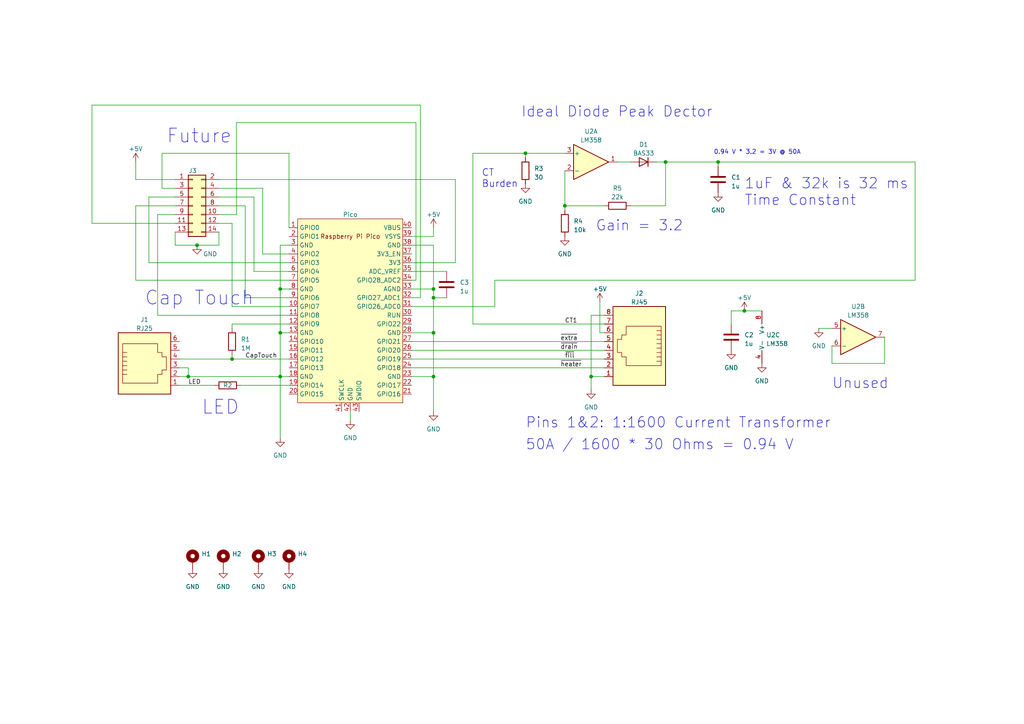
<source format=kicad_sch>
(kicad_sch (version 20230121) (generator eeschema)
  (paper "A4")
  (lib_symbols
    (symbol "Amplifier_Operational:LM358" (pin_names (offset 0.127))
      (property "Reference" "U" (at 0 5.08 0))
      (property "Value" "LM358" (at 0 -5.08 0))
      (symbol "LM358_1_1"
        (polyline (pts (xy -5.08 5.08) (xy 5.08 0) (xy -5.08 -5.08) (xy -5.08 5.08)) (stroke (width 0.254)) (fill (type background)))
        (pin output line (at 7.62 0 180) (length 2.54) (name "~") (number "1"))
        (pin input line (at -7.62 -2.54 0) (length 2.54) (name "-") (number "2"))
        (pin input line (at -7.62 2.54 0) (length 2.54) (name "+") (number "3"))
      )
      (symbol "LM358_2_1"
        (polyline (pts (xy -5.08 5.08) (xy 5.08 0) (xy -5.08 -5.08) (xy -5.08 5.08)) (stroke (width 0.254)) (fill (type background)))
        (pin input line (at -7.62 2.54 0) (length 2.54) (name "+") (number "5"))
        (pin input line (at -7.62 -2.54 0) (length 2.54) (name "-") (number "6"))
        (pin output line (at 7.62 0 180) (length 2.54) (name "~") (number "7"))
      )
      (symbol "LM358_3_1"
        (pin power_in line (at -2.54 -7.62 90) (length 3.81) (name "V-") (number "4"))
        (pin power_in line (at -2.54 7.62 270) (length 3.81) (name "V+") (number "8"))
      )
    )
    (symbol "Connector:RJ25" (pin_names (offset 1.016))
      (property "Reference" "J" (at -5.08 11.43 0))
      (property "Value" "RJ25" (at 2.54 11.43 0))
      (symbol "RJ25_0_1"
        (polyline (pts (xy -6.35 -1.905) (xy -5.08 -1.905) (xy -5.08 -1.905)))
        (polyline (pts (xy -6.35 -0.635) (xy -5.08 -0.635) (xy -5.08 -0.635)))
        (polyline (pts (xy -6.35 0.635) (xy -5.08 0.635) (xy -5.08 0.635)))
        (polyline (pts (xy -6.35 1.905) (xy -5.08 1.905) (xy -5.08 1.905)))
        (polyline (pts (xy -6.35 3.175) (xy -5.08 3.175) (xy -5.08 3.175)))
        (polyline (pts (xy -5.08 4.445) (xy -6.35 4.445) (xy -6.35 4.445)))
        (polyline (pts (xy -6.35 -4.445) (xy -6.35 6.985) (xy 3.81 6.985) (xy 3.81 4.445) (xy 5.08 4.445) (xy 5.08 3.175) (xy 6.35 3.175) (xy 6.35 -0.635) (xy 5.08 -0.635) (xy 5.08 -1.905) (xy 3.81 -1.905) (xy 3.81 -4.445) (xy -6.35 -4.445) (xy -6.35 -4.445)))
        (rectangle (start 7.62 10.16) (end -7.62 -7.62) (stroke (width 0.254)) (fill (type background)))
      )
      (symbol "RJ25_1_1"
        (pin passive line (at 10.16 -5.08 180) (length 2.54) (name "~") (number "1"))
        (pin passive line (at 10.16 -2.54 180) (length 2.54) (name "~") (number "2"))
        (pin passive line (at 10.16 0 180) (length 2.54) (name "~") (number "3"))
        (pin passive line (at 10.16 2.54 180) (length 2.54) (name "~") (number "4"))
        (pin passive line (at 10.16 5.08 180) (length 2.54) (name "~") (number "5"))
        (pin passive line (at 10.16 7.62 180) (length 2.54) (name "~") (number "6"))
      )
    )
    (symbol "Connector:RJ45" (pin_names (offset 1.016))
      (property "Reference" "J" (at -5.08 13.97 0))
      (property "Value" "RJ45" (at 2.54 13.97 0))
      (symbol "RJ45_0_1"
        (polyline (pts (xy -5.08 4.445) (xy -6.35 4.445)))
        (polyline (pts (xy -5.08 5.715) (xy -6.35 5.715)))
        (polyline (pts (xy -6.35 -3.175) (xy -5.08 -3.175) (xy -5.08 -3.175)))
        (polyline (pts (xy -6.35 -1.905) (xy -5.08 -1.905) (xy -5.08 -1.905)))
        (polyline (pts (xy -6.35 -0.635) (xy -5.08 -0.635) (xy -5.08 -0.635)))
        (polyline (pts (xy -6.35 0.635) (xy -5.08 0.635) (xy -5.08 0.635)))
        (polyline (pts (xy -6.35 1.905) (xy -5.08 1.905) (xy -5.08 1.905)))
        (polyline (pts (xy -5.08 3.175) (xy -6.35 3.175) (xy -6.35 3.175)))
        (polyline (pts (xy -6.35 -4.445) (xy -6.35 6.985) (xy 3.81 6.985) (xy 3.81 4.445) (xy 5.08 4.445) (xy 5.08 3.175) (xy 6.35 3.175) (xy 6.35 -0.635) (xy 5.08 -0.635) (xy 5.08 -1.905) (xy 3.81 -1.905) (xy 3.81 -4.445) (xy -6.35 -4.445) (xy -6.35 -4.445)))
        (rectangle (start 7.62 12.7) (end -7.62 -10.16) (stroke (width 0.254)) (fill (type background)))
      )
      (symbol "RJ45_1_1"
        (pin passive line (at 10.16 -7.62 180) (length 2.54) (name "~") (number "1"))
        (pin passive line (at 10.16 -5.08 180) (length 2.54) (name "~") (number "2"))
        (pin passive line (at 10.16 -2.54 180) (length 2.54) (name "~") (number "3"))
        (pin passive line (at 10.16 0 180) (length 2.54) (name "~") (number "4"))
        (pin passive line (at 10.16 2.54 180) (length 2.54) (name "~") (number "5"))
        (pin passive line (at 10.16 5.08 180) (length 2.54) (name "~") (number "6"))
        (pin passive line (at 10.16 7.62 180) (length 2.54) (name "~") (number "7"))
        (pin passive line (at 10.16 10.16 180) (length 2.54) (name "~") (number "8"))
      )
    )
    (symbol "Connector_Generic:Conn_02x07_Odd_Even" (pin_names (offset 1.016) hide)
      (property "Reference" "J" (at 1.27 10.16 0))
      (property "Value" "Conn_02x07_Odd_Even" (at 1.27 -10.16 0))
      (symbol "Conn_02x07_Odd_Even_1_1"
        (rectangle (start -1.27 -7.493) (end 0 -7.747) (stroke (width 0.1524)))
        (rectangle (start -1.27 -4.953) (end 0 -5.207) (stroke (width 0.1524)))
        (rectangle (start -1.27 -2.413) (end 0 -2.667) (stroke (width 0.1524)))
        (rectangle (start -1.27 0.127) (end 0 -0.127) (stroke (width 0.1524)))
        (rectangle (start -1.27 2.667) (end 0 2.413) (stroke (width 0.1524)))
        (rectangle (start -1.27 5.207) (end 0 4.953) (stroke (width 0.1524)))
        (rectangle (start -1.27 7.747) (end 0 7.493) (stroke (width 0.1524)))
        (rectangle (start -1.27 8.89) (end 3.81 -8.89) (stroke (width 0.254)) (fill (type background)))
        (rectangle (start 3.81 -7.493) (end 2.54 -7.747) (stroke (width 0.1524)))
        (rectangle (start 3.81 -4.953) (end 2.54 -5.207) (stroke (width 0.1524)))
        (rectangle (start 3.81 -2.413) (end 2.54 -2.667) (stroke (width 0.1524)))
        (rectangle (start 3.81 0.127) (end 2.54 -0.127) (stroke (width 0.1524)))
        (rectangle (start 3.81 2.667) (end 2.54 2.413) (stroke (width 0.1524)))
        (rectangle (start 3.81 5.207) (end 2.54 4.953) (stroke (width 0.1524)))
        (rectangle (start 3.81 7.747) (end 2.54 7.493) (stroke (width 0.1524)))
        (pin passive line (at -5.08 7.62 0) (length 3.81) (name "Pin_1") (number "1"))
        (pin passive line (at 7.62 -2.54 180) (length 3.81) (name "Pin_10") (number "10"))
        (pin passive line (at -5.08 -5.08 0) (length 3.81) (name "Pin_11") (number "11"))
        (pin passive line (at 7.62 -5.08 180) (length 3.81) (name "Pin_12") (number "12"))
        (pin passive line (at -5.08 -7.62 0) (length 3.81) (name "Pin_13") (number "13"))
        (pin passive line (at 7.62 -7.62 180) (length 3.81) (name "Pin_14") (number "14"))
        (pin passive line (at 7.62 7.62 180) (length 3.81) (name "Pin_2") (number "2"))
        (pin passive line (at -5.08 5.08 0) (length 3.81) (name "Pin_3") (number "3"))
        (pin passive line (at 7.62 5.08 180) (length 3.81) (name "Pin_4") (number "4"))
        (pin passive line (at -5.08 2.54 0) (length 3.81) (name "Pin_5") (number "5"))
        (pin passive line (at 7.62 2.54 180) (length 3.81) (name "Pin_6") (number "6"))
        (pin passive line (at -5.08 0 0) (length 3.81) (name "Pin_7") (number "7"))
        (pin passive line (at 7.62 0 180) (length 3.81) (name "Pin_8") (number "8"))
        (pin passive line (at -5.08 -2.54 0) (length 3.81) (name "Pin_9") (number "9"))
      )
    )
    (symbol "Device:C" (pin_numbers hide) (pin_names (offset 0.254))
      (property "Reference" "C" (at 0.635 2.54 0))
      (property "Value" "C" (at 0.635 -2.54 0))
      (symbol "C_0_1"
        (polyline (pts (xy -2.032 -0.762) (xy 2.032 -0.762)) (stroke (width 0.508)))
        (polyline (pts (xy -2.032 0.762) (xy 2.032 0.762)) (stroke (width 0.508)))
      )
      (symbol "C_1_1"
        (pin passive line (at 0 3.81 270) (length 2.794) (name "~") (number "1"))
        (pin passive line (at 0 -3.81 90) (length 2.794) (name "~") (number "2"))
      )
    )
    (symbol "Device:R" (pin_numbers hide) (pin_names (offset 0))
      (property "Reference" "R" (at 2.032 0 90))
      (property "Value" "R" (at 0 0 90))
      (symbol "R_0_1"
        (rectangle (start -1.016 -2.54) (end 1.016 2.54) (stroke (width 0.254)))
      )
      (symbol "R_1_1"
        (pin passive line (at 0 3.81 270) (length 1.27) (name "~") (number "1"))
        (pin passive line (at 0 -3.81 90) (length 1.27) (name "~") (number "2"))
      )
    )
    (symbol "Diode:BAV17" (pin_numbers hide) (pin_names hide)
      (property "Reference" "D" (at 0 2.54 0))
      (property "Value" "BAV17" (at 0 -2.54 0))
      (symbol "BAV17_0_1"
        (polyline (pts (xy -1.27 1.27) (xy -1.27 -1.27)) (stroke (width 0.254)))
        (polyline (pts (xy 1.27 0) (xy -1.27 0)))
        (polyline (pts (xy 1.27 1.27) (xy 1.27 -1.27) (xy -1.27 0) (xy 1.27 1.27)) (stroke (width 0.254)))
      )
      (symbol "BAV17_1_1"
        (pin passive line (at -3.81 0 0) (length 2.54) (name "K") (number "1"))
        (pin passive line (at 3.81 0 180) (length 2.54) (name "A") (number "2"))
      )
    )
    (symbol "MCU_RaspberryPi_and_Boards:Pico"
      (property "Reference" "U" (at -13.97 27.94 0))
      (property "Value" "Pico" (at 0 19.05 0))
      (symbol "Pico_0_0"
        (text "Raspberry Pi Pico" (at 0 21.59 0) (effects (font (size 1.27 1.27))))
      )
      (symbol "Pico_0_1"
        (rectangle (start -15.24 26.67) (end 15.24 -26.67) (fill (type background)))
      )
      (symbol "Pico_1_1"
        (pin bidirectional line (at -17.78 24.13 0) (length 2.54) (name "GPIO0") (number "1"))
        (pin bidirectional line (at -17.78 1.27 0) (length 2.54) (name "GPIO7") (number "10"))
        (pin bidirectional line (at -17.78 -1.27 0) (length 2.54) (name "GPIO8") (number "11"))
        (pin bidirectional line (at -17.78 -3.81 0) (length 2.54) (name "GPIO9") (number "12"))
        (pin power_in line (at -17.78 -6.35 0) (length 2.54) (name "GND") (number "13"))
        (pin bidirectional line (at -17.78 -8.89 0) (length 2.54) (name "GPIO10") (number "14"))
        (pin bidirectional line (at -17.78 -11.43 0) (length 2.54) (name "GPIO11") (number "15"))
        (pin bidirectional line (at -17.78 -13.97 0) (length 2.54) (name "GPIO12") (number "16"))
        (pin bidirectional line (at -17.78 -16.51 0) (length 2.54) (name "GPIO13") (number "17"))
        (pin power_in line (at -17.78 -19.05 0) (length 2.54) (name "GND") (number "18"))
        (pin bidirectional line (at -17.78 -21.59 0) (length 2.54) (name "GPIO14") (number "19"))
        (pin bidirectional line (at -17.78 21.59 0) (length 2.54) (name "GPIO1") (number "2"))
        (pin bidirectional line (at -17.78 -24.13 0) (length 2.54) (name "GPIO15") (number "20"))
        (pin bidirectional line (at 17.78 -24.13 180) (length 2.54) (name "GPIO16") (number "21"))
        (pin bidirectional line (at 17.78 -21.59 180) (length 2.54) (name "GPIO17") (number "22"))
        (pin power_in line (at 17.78 -19.05 180) (length 2.54) (name "GND") (number "23"))
        (pin bidirectional line (at 17.78 -16.51 180) (length 2.54) (name "GPIO18") (number "24"))
        (pin bidirectional line (at 17.78 -13.97 180) (length 2.54) (name "GPIO19") (number "25"))
        (pin bidirectional line (at 17.78 -11.43 180) (length 2.54) (name "GPIO20") (number "26"))
        (pin bidirectional line (at 17.78 -8.89 180) (length 2.54) (name "GPIO21") (number "27"))
        (pin power_in line (at 17.78 -6.35 180) (length 2.54) (name "GND") (number "28"))
        (pin bidirectional line (at 17.78 -3.81 180) (length 2.54) (name "GPIO22") (number "29"))
        (pin power_in line (at -17.78 19.05 0) (length 2.54) (name "GND") (number "3"))
        (pin input line (at 17.78 -1.27 180) (length 2.54) (name "RUN") (number "30"))
        (pin bidirectional line (at 17.78 1.27 180) (length 2.54) (name "GPIO26_ADC0") (number "31"))
        (pin bidirectional line (at 17.78 3.81 180) (length 2.54) (name "GPIO27_ADC1") (number "32"))
        (pin power_in line (at 17.78 6.35 180) (length 2.54) (name "AGND") (number "33"))
        (pin bidirectional line (at 17.78 8.89 180) (length 2.54) (name "GPIO28_ADC2") (number "34"))
        (pin power_in line (at 17.78 11.43 180) (length 2.54) (name "ADC_VREF") (number "35"))
        (pin power_in line (at 17.78 13.97 180) (length 2.54) (name "3V3") (number "36"))
        (pin input line (at 17.78 16.51 180) (length 2.54) (name "3V3_EN") (number "37"))
        (pin bidirectional line (at 17.78 19.05 180) (length 2.54) (name "GND") (number "38"))
        (pin power_in line (at 17.78 21.59 180) (length 2.54) (name "VSYS") (number "39"))
        (pin bidirectional line (at -17.78 16.51 0) (length 2.54) (name "GPIO2") (number "4"))
        (pin power_in line (at 17.78 24.13 180) (length 2.54) (name "VBUS") (number "40"))
        (pin input line (at -2.54 -29.21 90) (length 2.54) (name "SWCLK") (number "41"))
        (pin power_in line (at 0 -29.21 90) (length 2.54) (name "GND") (number "42"))
        (pin bidirectional line (at 2.54 -29.21 90) (length 2.54) (name "SWDIO") (number "43"))
        (pin bidirectional line (at -17.78 13.97 0) (length 2.54) (name "GPIO3") (number "5"))
        (pin bidirectional line (at -17.78 11.43 0) (length 2.54) (name "GPIO4") (number "6"))
        (pin bidirectional line (at -17.78 8.89 0) (length 2.54) (name "GPIO5") (number "7"))
        (pin power_in line (at -17.78 6.35 0) (length 2.54) (name "GND") (number "8"))
        (pin bidirectional line (at -17.78 3.81 0) (length 2.54) (name "GPIO6") (number "9"))
      )
    )
    (symbol "Mechanical:MountingHole_Pad" (pin_numbers hide) (pin_names (offset 1.016) hide)
      (property "Reference" "H" (at 0 6.35 0))
      (property "Value" "MountingHole_Pad" (at 0 4.445 0))
      (symbol "MountingHole_Pad_0_1"
        (circle (center 0 1.27) (radius 1.27) (stroke (width 1.27)))
      )
      (symbol "MountingHole_Pad_1_1"
        (pin input line (at 0 -2.54 90) (length 2.54) (name "1") (number "1"))
      )
    )
    (symbol "power:+5V" (power) (pin_names (offset 0))
      (property "Value" "+5V" (at 0 3.556 0))
      (symbol "+5V_0_1"
        (polyline (pts (xy -0.762 1.27) (xy 0 2.54)))
        (polyline (pts (xy 0 0) (xy 0 2.54)))
        (polyline (pts (xy 0 2.54) (xy 0.762 1.27)))
      )
      (symbol "+5V_1_1"
        (pin power_in line (at 0 0 90) (length 0) hide (name "+5V") (number "1"))
      )
    )
    (symbol "power:GND" (power) (pin_names (offset 0))
      (property "Value" "GND" (at 0 -3.81 0))
      (symbol "GND_0_1"
        (polyline (pts (xy 0 0) (xy 0 -1.27) (xy 1.27 -1.27) (xy 0 -2.54) (xy -1.27 -1.27) (xy 0 -1.27)))
      )
      (symbol "GND_1_1"
        (pin power_in line (at 0 0 270) (length 0) hide (name "GND") (number "1"))
      )
    )
  )
  (junction (at 152.4 44.45))
  (junction (at 193.04 46.99))
  (junction (at 81.28 109.22))
  (junction (at 215.9 90.17))
  (junction (at 208.28 46.99))
  (junction (at 163.83 59.69))
  (junction (at 125.73 96.52))
  (junction (at 67.31 104.14))
  (junction (at 57.15 71.12))
  (junction (at 125.73 83.82))
  (junction (at 81.28 96.52))
  (junction (at 81.28 83.82))
  (junction (at 125.73 109.22))
  (junction (at 54.61 109.22))
  (junction (at 171.45 109.22))
  (junction (at 125.73 86.36))
  (wire (pts (xy 179.07 46.99) (xy 182.88 46.99)))
  (wire (pts (xy 39.37 46.99) (xy 39.37 52.07)))
  (wire (pts (xy 26.67 64.77) (xy 50.8 64.77)))
  (wire (pts (xy 67.31 64.77) (xy 67.31 88.9)))
  (wire (pts (xy 50.8 59.69) (xy 39.37 59.69)))
  (wire (pts (xy 208.28 46.99) (xy 208.28 48.26)))
  (wire (pts (xy 46.99 44.45) (xy 46.99 54.61)))
  (wire (pts (xy 45.72 91.44) (xy 83.82 91.44)))
  (wire (pts (xy 50.8 67.31) (xy 50.8 71.12)))
  (wire (pts (xy 220.98 90.17) (xy 215.9 90.17)))
  (wire (pts (xy 63.5 52.07) (xy 132.08 52.07)))
  (wire (pts (xy 39.37 59.69) (xy 39.37 81.28)))
  (wire (pts (xy 73.66 57.15) (xy 63.5 57.15)))
  (wire (pts (xy 45.72 62.23) (xy 50.8 62.23)))
  (wire (pts (xy 171.45 91.44) (xy 175.26 91.44)))
  (wire (pts (xy 119.38 71.12) (xy 125.73 71.12)))
  (wire (pts (xy 171.45 109.22) (xy 171.45 113.03)))
  (wire (pts (xy 50.8 52.07) (xy 39.37 52.07)))
  (wire (pts (xy 171.45 109.22) (xy 175.26 109.22)))
  (wire (pts (xy 43.18 57.15) (xy 50.8 57.15)))
  (wire (pts (xy 83.82 73.66) (xy 76.2 73.66)))
  (wire (pts (xy 121.92 86.36) (xy 121.92 30.48)))
  (wire (pts (xy 52.07 104.14) (xy 67.31 104.14)))
  (wire (pts (xy 143.51 81.28) (xy 265.43 81.28)))
  (wire (pts (xy 39.37 81.28) (xy 83.82 81.28)))
  (wire (pts (xy 83.82 93.98) (xy 67.31 93.98)))
  (wire (pts (xy 119.38 99.06) (xy 175.26 99.06)))
  (wire (pts (xy 119.38 78.74) (xy 129.54 78.74)))
  (wire (pts (xy 52.07 106.68) (xy 54.61 106.68)))
  (wire (pts (xy 129.54 86.36) (xy 125.73 86.36)))
  (wire (pts (xy 50.8 71.12) (xy 57.15 71.12)))
  (wire (pts (xy 83.82 44.45) (xy 46.99 44.45)))
  (wire (pts (xy 71.12 86.36) (xy 71.12 59.69)))
  (wire (pts (xy 52.07 111.76) (xy 62.23 111.76)))
  (wire (pts (xy 76.2 73.66) (xy 76.2 54.61)))
  (wire (pts (xy 67.31 104.14) (xy 83.82 104.14)))
  (wire (pts (xy 193.04 59.69) (xy 193.04 46.99)))
  (wire (pts (xy 125.73 71.12) (xy 125.73 83.82)))
  (wire (pts (xy 63.5 71.12) (xy 63.5 67.31)))
  (wire (pts (xy 119.38 104.14) (xy 175.26 104.14)))
  (wire (pts (xy 83.82 78.74) (xy 73.66 78.74)))
  (wire (pts (xy 71.12 59.69) (xy 63.5 59.69)))
  (wire (pts (xy 132.08 76.2) (xy 119.38 76.2)))
  (wire (pts (xy 265.43 81.28) (xy 265.43 46.99)))
  (wire (pts (xy 73.66 78.74) (xy 73.66 57.15)))
  (wire (pts (xy 190.5 46.99) (xy 193.04 46.99)))
  (wire (pts (xy 241.3 100.33) (xy 241.3 105.41)))
  (wire (pts (xy 54.61 106.68) (xy 54.61 109.22)))
  (wire (pts (xy 132.08 52.07) (xy 132.08 76.2)))
  (wire (pts (xy 83.82 76.2) (xy 43.18 76.2)))
  (wire (pts (xy 152.4 44.45) (xy 163.83 44.45)))
  (wire (pts (xy 137.16 93.98) (xy 137.16 44.45)))
  (wire (pts (xy 76.2 54.61) (xy 63.5 54.61)))
  (wire (pts (xy 119.38 81.28) (xy 120.65 81.28)))
  (wire (pts (xy 163.83 59.69) (xy 175.26 59.69)))
  (wire (pts (xy 237.49 95.25) (xy 241.3 95.25)))
  (wire (pts (xy 212.09 90.17) (xy 212.09 93.98)))
  (wire (pts (xy 119.38 83.82) (xy 125.73 83.82)))
  (wire (pts (xy 83.82 88.9) (xy 67.31 88.9)))
  (wire (pts (xy 119.38 68.58) (xy 125.73 68.58)))
  (wire (pts (xy 81.28 96.52) (xy 81.28 109.22)))
  (wire (pts (xy 215.9 90.17) (xy 212.09 90.17)))
  (wire (pts (xy 26.67 30.48) (xy 26.67 64.77)))
  (wire (pts (xy 81.28 109.22) (xy 81.28 127)))
  (wire (pts (xy 125.73 96.52) (xy 125.73 109.22)))
  (wire (pts (xy 83.82 86.36) (xy 71.12 86.36)))
  (wire (pts (xy 120.65 35.56) (xy 68.58 35.56)))
  (wire (pts (xy 45.72 91.44) (xy 45.72 62.23)))
  (wire (pts (xy 125.73 68.58) (xy 125.73 66.04)))
  (wire (pts (xy 67.31 102.87) (xy 67.31 104.14)))
  (wire (pts (xy 173.99 87.63) (xy 173.99 96.52)))
  (wire (pts (xy 46.99 54.61) (xy 50.8 54.61)))
  (wire (pts (xy 63.5 64.77) (xy 67.31 64.77)))
  (wire (pts (xy 119.38 109.22) (xy 125.73 109.22)))
  (wire (pts (xy 101.6 119.38) (xy 101.6 121.92)))
  (wire (pts (xy 119.38 106.68) (xy 175.26 106.68)))
  (wire (pts (xy 83.82 83.82) (xy 81.28 83.82)))
  (wire (pts (xy 68.58 62.23) (xy 63.5 62.23)))
  (wire (pts (xy 137.16 93.98) (xy 175.26 93.98)))
  (wire (pts (xy 143.51 88.9) (xy 143.51 81.28)))
  (wire (pts (xy 256.54 105.41) (xy 256.54 97.79)))
  (wire (pts (xy 171.45 91.44) (xy 171.45 109.22)))
  (wire (pts (xy 125.73 86.36) (xy 125.73 96.52)))
  (wire (pts (xy 83.82 44.45) (xy 83.82 66.04)))
  (wire (pts (xy 125.73 83.82) (xy 125.73 86.36)))
  (wire (pts (xy 83.82 71.12) (xy 81.28 71.12)))
  (wire (pts (xy 43.18 57.15) (xy 43.18 76.2)))
  (wire (pts (xy 152.4 44.45) (xy 152.4 45.72)))
  (wire (pts (xy 193.04 46.99) (xy 208.28 46.99)))
  (wire (pts (xy 119.38 86.36) (xy 121.92 86.36)))
  (wire (pts (xy 83.82 96.52) (xy 81.28 96.52)))
  (wire (pts (xy 54.61 109.22) (xy 81.28 109.22)))
  (wire (pts (xy 120.65 81.28) (xy 120.65 35.56)))
  (wire (pts (xy 81.28 83.82) (xy 81.28 96.52)))
  (wire (pts (xy 119.38 96.52) (xy 125.73 96.52)))
  (wire (pts (xy 81.28 109.22) (xy 83.82 109.22)))
  (wire (pts (xy 121.92 30.48) (xy 26.67 30.48)))
  (wire (pts (xy 137.16 44.45) (xy 152.4 44.45)))
  (wire (pts (xy 208.28 46.99) (xy 265.43 46.99)))
  (wire (pts (xy 163.83 59.69) (xy 163.83 60.96)))
  (wire (pts (xy 81.28 71.12) (xy 81.28 83.82)))
  (wire (pts (xy 57.15 71.12) (xy 63.5 71.12)))
  (wire (pts (xy 52.07 109.22) (xy 54.61 109.22)))
  (wire (pts (xy 173.99 96.52) (xy 175.26 96.52)))
  (wire (pts (xy 182.88 59.69) (xy 193.04 59.69)))
  (wire (pts (xy 125.73 109.22) (xy 125.73 119.38)))
  (wire (pts (xy 241.3 105.41) (xy 256.54 105.41)))
  (wire (pts (xy 119.38 101.6) (xy 175.26 101.6)))
  (wire (pts (xy 69.85 111.76) (xy 83.82 111.76)))
  (wire (pts (xy 67.31 93.98) (xy 67.31 95.25)))
  (wire (pts (xy 163.83 49.53) (xy 163.83 59.69)))
  (wire (pts (xy 68.58 35.56) (xy 68.58 62.23)))
  (wire (pts (xy 119.38 88.9) (xy 143.51 88.9)))
  (text "Unused\n" (at 241.3 113.03 0) (effects (font (size 3 3)) (justify left bottom)))
  (text "1uF & 32k is 32 ms\nTime Constant\n\n" (at 215.9 64.77 0) (effects (font (size 3 3)) (justify left bottom)))
  (text "Ideal Diode Peak Dector\n" (at 151.13 34.29 0) (effects (font (size 3 3)) (justify left bottom)))
  (text "LED\n\n" (at 58.42 127 0) (effects (font (size 4 4)) (justify left bottom)))
  (text "Future\n" (at 48.26 41.91 0) (effects (font (size 4 4)) (justify left bottom)))
  (text "CT\nBurden" (at 139.7 54.61 0) (effects (font (size 2 2)) (justify left bottom)))
  (text "50A / 1600 * 30 Ohms = 0.94 V\n" (at 152.4 130.81 0) (effects (font (size 3 3)) (justify left bottom)))
  (text "Gain = 3.2" (at 172.72 67.31 0) (effects (font (size 3 3)) (justify left bottom)))
  (text "Cap Touch\n" (at 41.91 88.9 0) (effects (font (size 4 4)) (justify left bottom)))
  (text "0.94 V * 3.2 = 3V @ 50A\n\n" (at 207.01 46.99 0) (effects (font (size 1.27 1.27)) (justify left bottom)))
  (text "Pins 1&2: 1:1600 Current Transformer" (at 152.4 124.46 0) (effects (font (size 3 3)) (justify left bottom)))
  (label "CT1" (at 163.83 93.98 0))
  (label "LED" (at 54.61 111.76 0))
  (label "~{extra}" (at 162.56 99.06 0))
  (label "~{heater}" (at 162.56 106.68 0))
  (label "~{drain}" (at 162.56 101.6 0))
  (label "~{fill}" (at 163.83 104.14 0))
  (label "CapTouch" (at 71.12 104.14 0))
  (symbol (lib_id "power:GND") (at 208.28 55.88 0) (unit 1)
    (property "Reference" "#PWR010" (effects hide))
    (property "Value" "GND" (at 208.28 60.96 0))
  )
  (symbol (lib_id "Connector_Generic:Conn_02x07_Odd_Even") (at 55.88 59.69 0) (unit 1)
    (property "Reference" "J3" (at 55.88 49.53 0))
    (property "Value" "Conn_2Rows-07Pins" (effects hide))
    (property "Footprint" "Connector_PinHeader_2.54mm:PinHeader_2x07_P2.54mm_Vertical" (effects hide))
  )
  (symbol (lib_id "Connector:RJ45") (at 185.42 101.6 0) (mirror y) (unit 1)
    (property "Reference" "J2" (at 185.42 85.09 0))
    (property "Value" "RJ45" (at 185.42 87.63 0))
    (property "Footprint" "Connector_RJ:RJ45_Amphenol_54602-x08_Horizontal" (effects hide))
  )
  (symbol (lib_id "power:GND") (at 171.45 113.03 0) (unit 1)
    (property "Reference" "#PWR014" (effects hide))
    (property "Value" "GND" (at 171.45 118.11 0))
  )
  (symbol (lib_id "Device:C") (at 208.28 52.07 0) (unit 1)
    (property "Reference" "C1" (at 212.09 51.435 0) (effects (justify left)))
    (property "Value" "1u" (at 212.09 53.975 0) (effects (justify left)))
    (property "Footprint" "Capacitor_SMD:C_0805_2012Metric_Pad1.18x1.45mm_HandSolder" (effects hide))
  )
  (symbol (lib_id "power:+5V") (at 173.99 87.63 0) (unit 1)
    (property "Reference" "#PWR013" (effects hide))
    (property "Value" "+5V" (at 173.99 83.82 0))
  )
  (symbol (lib_id "Mechanical:MountingHole_Pad") (at 64.77 162.56 0) (unit 1)
    (property "Reference" "H2" (at 67.31 160.655 0) (effects (justify left)))
    (property "Value" "MountingHole_Pad" (effects hide))
    (property "Footprint" "MountingHole:MountingHole_2.7mm_M2.5_Pad" (effects hide))
  )
  (symbol (lib_id "Connector:RJ25") (at 41.91 106.68 0) (unit 1)
    (property "Reference" "J1" (at 41.91 92.71 0))
    (property "Value" "RJ25" (at 41.91 95.25 0))
    (property "Footprint" "Connector_RJ:RJ25_Wayconn_MJEA-660X1_Horizontal" (effects hide))
  )
  (symbol (lib_id "power:GND") (at 74.93 165.1 0) (unit 1)
    (property "Reference" "#PWR016" (effects hide))
    (property "Value" "GND" (at 74.93 170.18 0))
  )
  (symbol (lib_id "Device:C") (at 212.09 97.79 0) (unit 1)
    (property "Reference" "C2" (at 215.9 97.155 0) (effects (justify left)))
    (property "Value" "1u" (at 215.9 99.695 0) (effects (justify left)))
    (property "Footprint" "Capacitor_SMD:C_0805_2012Metric_Pad1.18x1.45mm_HandSolder" (effects hide))
  )
  (symbol (lib_id "Amplifier_Operational:LM358") (at 223.52 97.79 0) (unit 3)
    (property "Reference" "U2" (at 222.25 97.155 0) (effects (justify left)))
    (property "Value" "LM358" (at 222.25 99.695 0) (effects (justify left)))
    (property "Footprint" "Package_DIP:DIP-8_W10.16mm" (effects hide))
    (property "Datasheet" "http://www.ti.com/lit/ds/symlink/lm2904-n.pdf" (effects hide))
  )
  (symbol (lib_id "MCU_RaspberryPi_and_Boards:Pico") (at 101.6 90.17 0) (unit 1)
    (property "Reference" "U1" (effects hide))
    (property "Value" "Pico" (at 101.6 62.23 0))
    (property "Footprint" "MCU_RaspberryPi_and_Boards:RPi_Pico_SMD" (effects hide))
  )
  (symbol (lib_id "power:GND") (at 152.4 53.34 0) (unit 1)
    (property "Reference" "#PWR08" (effects hide))
    (property "Value" "GND" (at 152.4 58.42 0))
  )
  (symbol (lib_id "power:GND") (at 163.83 68.58 0) (unit 1)
    (property "Reference" "#PWR09" (effects hide))
    (property "Value" "GND" (at 163.83 73.66 0))
  )
  (symbol (lib_id "power:GND") (at 212.09 101.6 0) (unit 1)
    (property "Reference" "#PWR06" (effects hide))
    (property "Value" "GND" (at 212.09 106.68 0))
  )
  (symbol (lib_id "power:GND") (at 101.6 121.92 0) (unit 1)
    (property "Reference" "#PWR03" (effects hide))
    (property "Value" "GND" (at 101.6 127 0))
  )
  (symbol (lib_id "power:GND") (at 125.73 119.38 0) (unit 1)
    (property "Reference" "#PWR04" (effects hide))
    (property "Value" "GND" (at 125.73 124.46 0))
  )
  (symbol (lib_id "power:GND") (at 237.49 95.25 0) (unit 1)
    (property "Reference" "#PWR05" (effects hide))
    (property "Value" "GND" (at 237.49 100.33 0))
  )
  (symbol (lib_id "power:GND") (at 64.77 165.1 0) (unit 1)
    (property "Reference" "#PWR015" (effects hide))
    (property "Value" "GND" (at 64.77 170.18 0))
  )
  (symbol (lib_id "Mechanical:MountingHole_Pad") (at 83.82 162.56 0) (unit 1)
    (property "Reference" "H4" (at 86.36 160.655 0) (effects (justify left)))
    (property "Value" "MountingHole_Pad" (effects hide))
    (property "Footprint" "MountingHole:MountingHole_2.7mm_M2.5_Pad" (effects hide))
  )
  (symbol (lib_id "power:GND") (at 55.88 165.1 0) (unit 1)
    (property "Reference" "#PWR01" (effects hide))
    (property "Value" "GND" (at 55.88 170.18 0))
  )
  (symbol (lib_id "Mechanical:MountingHole_Pad") (at 55.88 162.56 0) (unit 1)
    (property "Reference" "H1" (at 58.42 160.655 0) (effects (justify left)))
    (property "Value" "MountingHole_Pad" (effects hide))
    (property "Footprint" "MountingHole:MountingHole_2.7mm_M2.5_Pad" (effects hide))
  )
  (symbol (lib_id "power:GND") (at 57.15 71.12 0) (unit 1)
    (property "Reference" "#PWR019" (effects hide))
    (property "Value" "GND" (at 60.96 73.66 0))
  )
  (symbol (lib_id "Device:C") (at 129.54 82.55 0) (unit 1)
    (property "Reference" "C3" (at 133.35 81.915 0) (effects (justify left)))
    (property "Value" "1u" (at 133.35 84.455 0) (effects (justify left)))
    (property "Footprint" "Capacitor_SMD:C_0805_2012Metric_Pad1.18x1.45mm_HandSolder" (effects hide))
  )
  (symbol (lib_id "power:GND") (at 83.82 165.1 0) (unit 1)
    (property "Reference" "#PWR017" (effects hide))
    (property "Value" "GND" (at 83.82 170.18 0))
  )
  (symbol (lib_id "Device:R") (at 152.4 49.53 0) (unit 1)
    (property "Reference" "R3" (at 154.94 48.895 0) (effects (justify left)))
    (property "Value" "30" (at 154.94 51.435 0) (effects (justify left)))
    (property "Footprint" "Resistor_SMD:R_0805_2012Metric_Pad1.20x1.40mm_HandSolder" (effects hide))
  )
  (symbol (lib_id "power:+5V") (at 39.37 46.99 0) (unit 1)
    (property "Reference" "#PWR018" (effects hide))
    (property "Value" "+5V" (at 39.37 43.18 0))
  )
  (symbol (lib_id "Device:R") (at 67.31 99.06 0) (unit 1)
    (property "Reference" "R1" (at 69.85 98.425 0) (effects (justify left)))
    (property "Value" "1M" (at 69.85 100.965 0) (effects (justify left)))
    (property "Footprint" "Resistor_SMD:R_0805_2012Metric_Pad1.20x1.40mm_HandSolder" (effects hide))
  )
  (symbol (lib_id "Mechanical:MountingHole_Pad") (at 74.93 162.56 0) (unit 1)
    (property "Reference" "H3" (at 77.47 160.655 0) (effects (justify left)))
    (property "Value" "MountingHole_Pad" (effects hide))
    (property "Footprint" "MountingHole:MountingHole_2.7mm_M2.5_Pad" (effects hide))
  )
  (symbol (lib_id "Amplifier_Operational:LM358") (at 171.45 46.99 0) (unit 1)
    (property "Reference" "U2" (at 171.45 38.1 0))
    (property "Value" "LM358" (at 171.45 40.64 0))
    (property "Footprint" "Package_DIP:DIP-8_W10.16mm" (effects hide))
    (property "Datasheet" "http://www.ti.com/lit/ds/symlink/lm2904-n.pdf" (effects hide))
  )
  (symbol (lib_id "Amplifier_Operational:LM358") (at 248.92 97.79 0) (unit 2)
    (property "Reference" "U2" (at 248.92 88.9 0))
    (property "Value" "LM358" (at 248.92 91.44 0))
    (property "Footprint" "Package_DIP:DIP-8_W10.16mm" (effects hide))
    (property "Datasheet" "http://www.ti.com/lit/ds/symlink/lm2904-n.pdf" (effects hide))
  )
  (symbol (lib_id "Device:R") (at 66.04 111.76 90) (unit 1)
    (property "Reference" "R2" (at 66.04 111.76 90))
    (property "Value" "100" (effects hide))
    (property "Footprint" "Resistor_SMD:R_0805_2012Metric_Pad1.20x1.40mm_HandSolder" (effects hide))
  )
  (symbol (lib_id "Device:R") (at 179.07 59.69 90) (unit 1)
    (property "Reference" "R5" (at 179.07 54.61 90))
    (property "Value" "22k" (at 179.07 57.15 90))
    (property "Footprint" "Resistor_SMD:R_0805_2012Metric_Pad1.20x1.40mm_HandSolder" (effects hide))
  )
  (symbol (lib_id "power:+5V") (at 125.73 66.04 0) (unit 1)
    (property "Reference" "#PWR011" (effects hide))
    (property "Value" "+5V" (at 125.73 62.23 0))
  )
  (symbol (lib_id "power:+5V") (at 215.9 90.17 0) (unit 1)
    (property "Reference" "#PWR012" (effects hide))
    (property "Value" "+5V" (at 215.9 86.36 0))
  )
  (symbol (lib_id "Device:R") (at 163.83 64.77 0) (unit 1)
    (property "Reference" "R4" (at 166.37 64.135 0) (effects (justify left)))
    (property "Value" "10k" (at 166.37 66.675 0) (effects (justify left)))
    (property "Footprint" "Resistor_SMD:R_0805_2012Metric_Pad1.20x1.40mm_HandSolder" (effects hide))
  )
  (symbol (lib_id "Diode:BAV17") (at 186.69 46.99 180) (unit 1)
    (property "Reference" "D1" (at 186.69 41.91 0))
    (property "Value" "BAS33" (at 186.69 44.45 0))
    (property "Footprint" "Diode_THT:D_DO-35_SOD27_P7.62mm_Horizontal" (effects hide))
    (property "Sim.Device" "D" (effects hide))
    (property "Sim.Pins" "1=K 2=A" (effects hide))
  )
  (symbol (lib_id "power:GND") (at 81.28 127 0) (unit 1)
    (property "Reference" "#PWR02" (effects hide))
    (property "Value" "GND" (at 81.28 132.08 0))
  )
  (symbol (lib_id "power:GND") (at 220.98 105.41 0) (unit 1)
    (property "Reference" "#PWR07" (effects hide))
    (property "Value" "GND" (at 220.98 110.49 0))
  )
)
</source>
